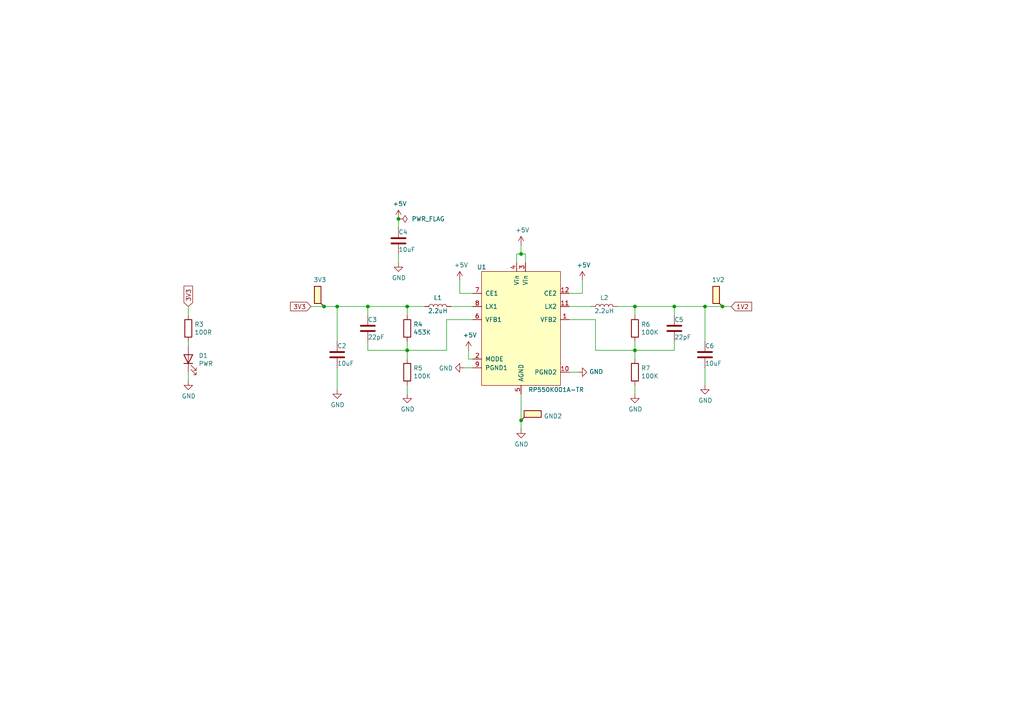
<source format=kicad_sch>
(kicad_sch (version 20211123) (generator eeschema)
  (paper "A4")
  (title_block (title "RiscVLoRaDongle") (date "2022-02-03") (rev "1.0") (company "Mark Njoroge"))
  (lib_symbols
    (symbol "Connector:TestPoint_Flag" (pin_numbers hide) (pin_names (offset 0.762) hide)
      (property "Reference" "TP" (at 3.429 1.778 0))
      (property "Value" "TestPoint_Flag" (at 3.302 4.191 0))
      (symbol "TestPoint_Flag_0_1"
        (polyline (pts (xy 0 0) (xy 0.889 0.889)) (stroke (width 0.254)))
        (rectangle (start 0.889 2.794) (end 5.842 0.889) (stroke (width 0.254)) (fill (type background)))
      )
      (symbol "TestPoint_Flag_1_1"
        (pin passive line (at 0 0 90) (length 0) (name "1") (number "1"))
      )
    )
    (symbol "Device:C" (pin_numbers hide) (pin_names (offset 0.254))
      (property "Reference" "C" (at 0.635 2.54 0))
      (property "Value" "C" (at 0.635 -2.54 0))
      (symbol "C_0_1"
        (polyline (pts (xy -2.032 -0.762) (xy 2.032 -0.762)) (stroke (width 0.508)))
        (polyline (pts (xy -2.032 0.762) (xy 2.032 0.762)) (stroke (width 0.508)))
      )
      (symbol "C_1_1"
        (pin passive line (at 0 3.81 270) (length 2.794) (name "~") (number "1"))
        (pin passive line (at 0 -3.81 90) (length 2.794) (name "~") (number "2"))
      )
    )
    (symbol "Device:L" (pin_numbers hide) (pin_names (offset 1.016) hide)
      (property "Reference" "L" (at -1.27 0 90))
      (property "Value" "L" (at 1.905 0 90))
      (symbol "L_0_1"
        (arc (start 0 -2.54) (mid 0.635 -1.905) (end 0 -1.27))
        (arc (start 0 -1.27) (mid 0.635 -0.635) (end 0 0))
        (arc (start 0 0) (mid 0.635 0.635) (end 0 1.27))
        (arc (start 0 1.27) (mid 0.635 1.905) (end 0 2.54))
      )
      (symbol "L_1_1"
        (pin passive line (at 0 3.81 270) (length 1.27) (name "1") (number "1"))
        (pin passive line (at 0 -3.81 90) (length 1.27) (name "2") (number "2"))
      )
    )
    (symbol "Device:LED" (pin_numbers hide) (pin_names (offset 1.016) hide)
      (property "Reference" "D" (at 0 2.54 0))
      (property "Value" "LED" (at 0 -2.54 0))
      (symbol "LED_0_1"
        (polyline (pts (xy -1.27 -1.27) (xy -1.27 1.27)) (stroke (width 0.254)))
        (polyline (pts (xy -1.27 0) (xy 1.27 0)))
        (polyline (pts (xy 1.27 -1.27) (xy 1.27 1.27) (xy -1.27 0) (xy 1.27 -1.27)) (stroke (width 0.254)))
        (polyline (pts (xy -3.048 -0.762) (xy -4.572 -2.286) (xy -3.81 -2.286) (xy -4.572 -2.286) (xy -4.572 -1.524)))
        (polyline (pts (xy -1.778 -0.762) (xy -3.302 -2.286) (xy -2.54 -2.286) (xy -3.302 -2.286) (xy -3.302 -1.524)))
      )
      (symbol "LED_1_1"
        (pin passive line (at -3.81 0 0) (length 2.54) (name "K") (number "1"))
        (pin passive line (at 3.81 0 180) (length 2.54) (name "A") (number "2"))
      )
    )
    (symbol "Device:R" (pin_numbers hide) (pin_names (offset 0))
      (property "Reference" "R" (at 2.032 0 90))
      (property "Value" "R" (at 0 0 90))
      (symbol "R_0_1"
        (rectangle (start -1.016 -2.54) (end 1.016 2.54) (stroke (width 0.254)))
      )
      (symbol "R_1_1"
        (pin passive line (at 0 3.81 270) (length 1.27) (name "~") (number "1"))
        (pin passive line (at 0 -3.81 90) (length 1.27) (name "~") (number "2"))
      )
    )
    (symbol "LoRaDongle:RP550K0001A-TR" (pin_names (offset 1.016))
      (property "Reference" "U" (at -11.43 19.05 0))
      (property "Value" "RP550K0001A-TR" (at 13.97 19.05 0))
      (symbol "RP550K0001A-TR_0_1"
        (rectangle (start -11.43 17.78) (end 11.43 -15.24) (fill (type background)))
      )
      (symbol "RP550K0001A-TR_1_1"
        (pin passive line (at 13.97 3.81 180) (length 2.54) (name "VFB2") (number "1"))
        (pin input line (at 13.97 -11.43 180) (length 2.54) (name "PGND2") (number "10"))
        (pin passive line (at 13.97 7.62 180) (length 2.54) (name "LX2") (number "11"))
        (pin input line (at 13.97 11.43 180) (length 2.54) (name "CE2") (number "12"))
        (pin input line (at -13.97 -7.62 0) (length 2.54) (name "MODE") (number "2"))
        (pin input line (at 1.27 20.32 270) (length 2.54) (name "Vin") (number "3"))
        (pin input line (at -1.27 20.32 270) (length 2.54) (name "Vin") (number "4"))
        (pin input line (at 0 -17.78 90) (length 2.54) (name "AGND") (number "5"))
        (pin passive line (at -13.97 3.81 0) (length 2.54) (name "VFB1") (number "6"))
        (pin input line (at -13.97 11.43 0) (length 2.54) (name "CE1") (number "7"))
        (pin passive line (at -13.97 7.62 0) (length 2.54) (name "LX1") (number "8"))
        (pin input line (at -13.97 -10.16 0) (length 2.54) (name "PGND1") (number "9"))
      )
    )
    (symbol "power:+5V" (power) (pin_names (offset 0))
      (property "Value" "+5V" (at 0 3.556 0))
      (symbol "+5V_0_1"
        (polyline (pts (xy -0.762 1.27) (xy 0 2.54)))
        (polyline (pts (xy 0 0) (xy 0 2.54)))
        (polyline (pts (xy 0 2.54) (xy 0.762 1.27)))
      )
      (symbol "+5V_1_1"
        (pin power_in line (at 0 0 90) (length 0) hide (name "+5V") (number "1"))
      )
    )
    (symbol "power:GND" (power) (pin_names (offset 0))
      (property "Value" "GND" (at 0 -3.81 0))
      (symbol "GND_0_1"
        (polyline (pts (xy 0 0) (xy 0 -1.27) (xy 1.27 -1.27) (xy 0 -2.54) (xy -1.27 -1.27) (xy 0 -1.27)))
      )
      (symbol "GND_1_1"
        (pin power_in line (at 0 0 270) (length 0) hide (name "GND") (number "1"))
      )
    )
    (symbol "power:PWR_FLAG" (power) (pin_numbers hide) (pin_names (offset 0) hide)
      (property "Value" "PWR_FLAG" (at 0 3.81 0))
      (symbol "PWR_FLAG_0_0"
        (pin power_out line (at 0 0 90) (length 0) (name "pwr") (number "1"))
      )
      (symbol "PWR_FLAG_0_1"
        (polyline (pts (xy 0 0) (xy 0 1.27) (xy -1.016 1.905) (xy 0 2.54) (xy 1.016 1.905) (xy 0 1.27)))
      )
    )
  )
  (junction (at 204.47 88.9))
  (junction (at 106.68 88.9))
  (junction (at 184.15 101.6))
  (junction (at 118.11 88.9))
  (junction (at 151.13 73.66))
  (junction (at 118.11 101.6))
  (junction (at 184.15 88.9))
  (junction (at 115.57 63.5))
  (junction (at 195.58 88.9))
  (junction (at 151.13 121.92))
  (junction (at 93.98 88.9))
  (junction (at 97.79 88.9))
  (junction (at 209.55 88.9))
  (wire (pts (xy 151.13 121.92) (xy 151.13 124.46)))
  (wire (pts (xy 204.47 88.9) (xy 209.55 88.9)))
  (wire (pts (xy 165.1 92.71) (xy 172.72 92.71)))
  (wire (pts (xy 137.16 104.14) (xy 135.89 104.14)))
  (wire (pts (xy 184.15 88.9) (xy 184.15 91.44)))
  (wire (pts (xy 172.72 92.71) (xy 172.72 101.6)))
  (wire (pts (xy 115.57 76.2) (xy 115.57 73.66)))
  (wire (pts (xy 115.57 66.04) (xy 115.57 63.5)))
  (wire (pts (xy 179.07 88.9) (xy 184.15 88.9)))
  (wire (pts (xy 118.11 111.76) (xy 118.11 114.3)))
  (wire (pts (xy 54.61 91.44) (xy 54.61 88.9)))
  (wire (pts (xy 118.11 101.6) (xy 118.11 104.14)))
  (wire (pts (xy 149.86 73.66) (xy 151.13 73.66)))
  (wire (pts (xy 118.11 99.06) (xy 118.11 101.6)))
  (wire (pts (xy 195.58 88.9) (xy 204.47 88.9)))
  (wire (pts (xy 106.68 99.06) (xy 106.68 101.6)))
  (wire (pts (xy 134.62 106.68) (xy 137.16 106.68)))
  (wire (pts (xy 195.58 101.6) (xy 195.58 99.06)))
  (wire (pts (xy 54.61 110.49) (xy 54.61 107.95)))
  (wire (pts (xy 152.4 76.2) (xy 152.4 73.66)))
  (wire (pts (xy 184.15 111.76) (xy 184.15 114.3)))
  (wire (pts (xy 118.11 88.9) (xy 118.11 91.44)))
  (wire (pts (xy 151.13 114.3) (xy 151.13 121.92)))
  (wire (pts (xy 97.79 113.03) (xy 97.79 106.68)))
  (wire (pts (xy 165.1 107.95) (xy 167.64 107.95)))
  (wire (pts (xy 93.98 88.9) (xy 97.79 88.9)))
  (wire (pts (xy 184.15 88.9) (xy 195.58 88.9)))
  (wire (pts (xy 172.72 101.6) (xy 184.15 101.6)))
  (wire (pts (xy 209.55 88.9) (xy 212.09 88.9)))
  (wire (pts (xy 195.58 91.44) (xy 195.58 88.9)))
  (wire (pts (xy 165.1 88.9) (xy 171.45 88.9)))
  (wire (pts (xy 123.19 88.9) (xy 118.11 88.9)))
  (wire (pts (xy 151.13 73.66) (xy 151.13 71.12)))
  (wire (pts (xy 204.47 88.9) (xy 204.47 99.06)))
  (wire (pts (xy 165.1 85.09) (xy 168.91 85.09)))
  (wire (pts (xy 97.79 88.9) (xy 106.68 88.9)))
  (wire (pts (xy 152.4 73.66) (xy 151.13 73.66)))
  (wire (pts (xy 204.47 106.68) (xy 204.47 111.76)))
  (wire (pts (xy 129.54 92.71) (xy 137.16 92.71)))
  (wire (pts (xy 106.68 88.9) (xy 106.68 91.44)))
  (wire (pts (xy 168.91 81.28) (xy 168.91 85.09)))
  (wire (pts (xy 118.11 101.6) (xy 129.54 101.6)))
  (wire (pts (xy 97.79 99.06) (xy 97.79 88.9)))
  (wire (pts (xy 184.15 99.06) (xy 184.15 101.6)))
  (wire (pts (xy 137.16 88.9) (xy 130.81 88.9)))
  (wire (pts (xy 90.17 88.9) (xy 93.98 88.9)))
  (wire (pts (xy 149.86 76.2) (xy 149.86 73.66)))
  (wire (pts (xy 106.68 88.9) (xy 118.11 88.9)))
  (wire (pts (xy 184.15 104.14) (xy 184.15 101.6)))
  (wire (pts (xy 135.89 101.6) (xy 135.89 104.14)))
  (wire (pts (xy 133.35 85.09) (xy 133.35 81.28)))
  (wire (pts (xy 184.15 101.6) (xy 195.58 101.6)))
  (wire (pts (xy 129.54 101.6) (xy 129.54 92.71)))
  (wire (pts (xy 54.61 100.33) (xy 54.61 99.06)))
  (wire (pts (xy 106.68 101.6) (xy 118.11 101.6)))
  (wire (pts (xy 137.16 85.09) (xy 133.35 85.09)))
  (global_label "3V3" (shape input) (at 90.17 88.9 180) (property "Intersheet References" "${INTERSHEET_REFS}" (effects hide)))
  (global_label "3V3" (shape input) (at 54.61 88.9 90) (property "Intersheet References" "${INTERSHEET_REFS}" (effects hide)))
  (global_label "1V2" (shape input) (at 212.09 88.9 0) (property "Intersheet References" "${INTERSHEET_REFS}" (effects hide)))
  (symbol (lib_id "LoRaDongle:RP550K0001A-TR") (at 151.13 96.52 0) (unit 1)
    (property "Reference" "U1" (at 139.7 77.47 0))
    (property "Value" "RP550K001A-TR" (at 161.29 113.03 0))
    (property "Footprint" "RP550K001A-TR_KiCad:SON50P270X300X60-13N" (effects hide))
    (property "Description" "BUCK DC/DC CONVERTER DUAL OUTPUT" (effects hide))
    (property "Manufacturer" "Nisshinbo Micro Devices Inc." (effects hide))
    (property "Manufacturer Part Number" "RP550K001A-TR" (effects hide))
    (property "Package" "DFN(PLP)2730-12" (effects hide))
    (property "Type" "SMD" (effects hide))
  )
  (symbol (lib_id "power:+5V") (at 151.13 71.12 0) (unit 1)
    (property "Reference" "#PWR0124" (effects hide))
    (property "Value" "+5V" (at 151.511 66.7258 0))
  )
  (symbol (lib_id "power:GND") (at 151.13 124.46 0) (unit 1)
    (property "Reference" "#PWR0125" (effects hide))
    (property "Value" "GND" (at 151.257 128.8542 0))
  )
  (symbol (lib_id "power:GND") (at 167.64 107.95 90) (unit 1)
    (property "Reference" "#PWR0126" (effects hide))
    (property "Value" "GND" (at 170.8912 107.823 90) (effects (justify right)))
  )
  (symbol (lib_id "power:GND") (at 134.62 106.68 270) (unit 1)
    (property "Reference" "#PWR0127" (effects hide))
    (property "Value" "GND" (at 131.3688 106.807 90) (effects (justify right)))
  )
  (symbol (lib_id "Device:R") (at 184.15 95.25 0) (unit 1)
    (property "Reference" "R6" (at 185.928 94.0816 0) (effects (justify left)))
    (property "Value" "100K" (at 185.928 96.393 0) (effects (justify left)))
    (property "Footprint" "Resistor_SMD:R_0402_1005Metric_Pad0.72x0.64mm_HandSolder" (effects hide))
    (property "Description" "RES 100K OHM 5% 1/16W 0402" (effects hide))
    (property "Manufacturer" "Stackpole Electronics Inc" (effects hide))
    (property "Manufacturer Part Number" "RMCF0402JT100K" (effects hide))
    (property "Package" "0402" (effects hide))
  )
  (symbol (lib_id "Device:R") (at 184.15 107.95 0) (unit 1)
    (property "Reference" "R7" (at 185.928 106.7816 0) (effects (justify left)))
    (property "Value" "100K" (at 185.928 109.093 0) (effects (justify left)))
    (property "Footprint" "Resistor_SMD:R_0402_1005Metric_Pad0.72x0.64mm_HandSolder" (effects hide))
    (property "Description" "RES 100K OHM 5% 1/16W 0402" (effects hide))
    (property "Manufacturer" "Stackpole Electronics Inc" (effects hide))
    (property "Manufacturer Part Number" "RMCF0402JT100K" (effects hide))
    (property "Package" "0402" (effects hide))
  )
  (symbol (lib_id "power:GND") (at 184.15 114.3 0) (unit 1)
    (property "Reference" "#PWR0128" (effects hide))
    (property "Value" "GND" (at 184.277 118.6942 0))
  )
  (symbol (lib_id "power:GND") (at 204.47 111.76 0) (unit 1)
    (property "Reference" "#PWR0129" (effects hide))
    (property "Value" "GND" (at 204.597 116.1542 0))
  )
  (symbol (lib_id "Device:R") (at 118.11 95.25 0) (unit 1)
    (property "Reference" "R4" (at 119.888 94.0816 0) (effects (justify left)))
    (property "Value" "453K" (at 119.888 96.393 0) (effects (justify left)))
    (property "Footprint" "Resistor_SMD:R_0402_1005Metric_Pad0.72x0.64mm_HandSolder" (effects hide))
    (property "Description" "RES 453K OHM 1% 1/16W 0402" (effects hide))
    (property "Manufacturer" "Stackpole Electronics Inc" (effects hide))
    (property "Manufacturer Part Number" "RMCF0402FT453K" (effects hide))
    (property "Package" "0402" (effects hide))
  )
  (symbol (lib_id "Device:R") (at 118.11 107.95 0) (unit 1)
    (property "Reference" "R5" (at 119.888 106.7816 0) (effects (justify left)))
    (property "Value" "100K" (at 119.888 109.093 0) (effects (justify left)))
    (property "Footprint" "Resistor_SMD:R_0402_1005Metric_Pad0.72x0.64mm_HandSolder" (effects hide))
    (property "Description" "RES 100K OHM 5% 1/16W 0402" (effects hide))
    (property "Manufacturer" "Stackpole Electronics Inc" (effects hide))
    (property "Manufacturer Part Number" "RMCF0402JT100K" (effects hide))
    (property "Package" "0402" (effects hide))
  )
  (symbol (lib_id "Device:C") (at 106.68 95.25 180) (unit 1)
    (property "Reference" "C3" (at 106.68 92.71 0) (effects (justify right)))
    (property "Value" "22pF" (at 106.68 97.79 0) (effects (justify right)))
    (property "Footprint" "Capacitor_SMD:C_0402_1005Metric_Pad0.74x0.62mm_HandSolder" (effects hide))
    (property "Part Number" "GRM1555C1H220FA01D" (effects hide))
    (property "Description" "CAP CER 22PF 50V C0G/NP0 0402" (effects hide))
    (property "Manufacturer" "Murata Electronics" (effects hide))
    (property "Manufacturer Part Number" "GRM1555C1H220FA01D" (effects hide))
    (property "Package" "0402" (effects hide))
    (property "Type" "SMD" (effects hide))
  )
  (symbol (lib_id "Device:C") (at 97.79 102.87 180) (unit 1)
    (property "Reference" "C2" (at 97.79 100.33 0) (effects (justify right)))
    (property "Value" "10uF" (at 97.79 105.41 0) (effects (justify right)))
    (property "Footprint" "Capacitor_SMD:C_0603_1608Metric_Pad1.08x0.95mm_HandSolder" (effects hide))
    (property "Part Number" "GRM188R61E106KA73J" (effects hide))
    (property "Physical size" "0603" (effects hide))
    (property "Manufacturer Part Number" "GRM188R60J106ME47D" (effects hide))
    (property "Package" "0603" (effects hide))
    (property "Type" "SMD" (effects hide))
    (property "Description" "CAP CER 10UF 6.3V X5R 0603" (effects hide))
    (property "Manufacturer" "Murata Electronics" (effects hide))
  )
  (symbol (lib_id "power:GND") (at 118.11 114.3 0) (unit 1)
    (property "Reference" "#PWR0130" (effects hide))
    (property "Value" "GND" (at 118.237 118.6942 0))
  )
  (symbol (lib_id "power:GND") (at 97.79 113.03 0) (unit 1)
    (property "Reference" "#PWR0131" (effects hide))
    (property "Value" "GND" (at 97.917 117.4242 0))
  )
  (symbol (lib_id "power:+5V") (at 133.35 81.28 0) (unit 1)
    (property "Reference" "#PWR0132" (effects hide))
    (property "Value" "+5V" (at 133.731 76.8858 0))
  )
  (symbol (lib_id "power:+5V") (at 168.91 81.28 0) (unit 1)
    (property "Reference" "#PWR0133" (effects hide))
    (property "Value" "+5V" (at 169.291 76.8858 0))
  )
  (symbol (lib_id "power:+5V") (at 135.89 101.6 0) (unit 1)
    (property "Reference" "#PWR0134" (effects hide))
    (property "Value" "+5V" (at 136.271 97.2058 0))
  )
  (symbol (lib_id "power:+5V") (at 115.57 63.5 0) (unit 1)
    (property "Reference" "#PWR05" (effects hide))
    (property "Value" "+5V" (at 115.951 59.1058 0))
  )
  (symbol (lib_id "power:GND") (at 115.57 76.2 0) (unit 1)
    (property "Reference" "#PWR06" (effects hide))
    (property "Value" "GND" (at 115.697 80.5942 0))
  )
  (symbol (lib_id "Device:R") (at 54.61 95.25 0) (unit 1)
    (property "Reference" "R3" (at 56.388 94.0816 0) (effects (justify left)))
    (property "Value" "100R" (at 56.388 96.393 0) (effects (justify left)))
    (property "Footprint" "Resistor_SMD:R_0402_1005Metric_Pad0.72x0.64mm_HandSolder" (effects hide))
    (property "Description" "RES 100 OHM 1% 1/16W 0402" (effects hide))
    (property "Manufacturer" "Stackpole Electronics Inc" (effects hide))
    (property "Manufacturer Part Number" "RMCF0402FT100R" (effects hide))
    (property "Package" "0402" (effects hide))
  )
  (symbol (lib_id "Device:LED") (at 54.61 104.14 90) (unit 1)
    (property "Reference" "D1" (at 57.6072 103.1494 90) (effects (justify right)))
    (property "Value" "PWR" (at 57.6072 105.4608 90) (effects (justify right)))
    (property "Footprint" "LED_SMD:LED_0805_2012Metric_Pad1.15x1.40mm_HandSolder" (effects hide))
    (property "Description" "LED RED CLEAR CHIP SMD" (effects hide))
    (property "Manufacturer" "SunLED" (effects hide))
    (property "Manufacturer Part Number" "XZM2CRK54WA-8" (effects hide))
    (property "Package" "0805" (effects hide))
  )
  (symbol (lib_id "power:GND") (at 54.61 110.49 0) (unit 1)
    (property "Reference" "#PWR04" (effects hide))
    (property "Value" "GND" (at 54.737 114.8842 0))
  )
  (symbol (lib_id "Connector:TestPoint_Flag") (at 93.98 88.9 90) (unit 1)
    (property "Reference" "3V3" (at 92.7608 81.153 90))
    (property "Value" "3.3V" (effects hide))
    (property "Footprint" "TestPoint:TestPoint_Pad_D1.0mm" (effects hide))
    (property "Description" "Test Point" (effects hide))
    (property "Manufacturer" "-" (effects hide))
    (property "Manufacturer Part Number" "-" (effects hide))
    (property "Package" "-" (effects hide))
    (property "Type" "-" (effects hide))
  )
  (symbol (lib_id "Connector:TestPoint_Flag") (at 209.55 88.9 90) (unit 1)
    (property "Reference" "1V2" (at 208.3308 81.153 90))
    (property "Value" "1.2V" (effects hide))
    (property "Footprint" "TestPoint:TestPoint_Pad_D1.0mm" (effects hide))
    (property "Description" "Test Point" (effects hide))
    (property "Manufacturer" "-" (effects hide))
    (property "Manufacturer Part Number" "-" (effects hide))
    (property "Package" "-" (effects hide))
    (property "Type" "-" (effects hide))
  )
  (symbol (lib_id "Connector:TestPoint_Flag") (at 151.13 121.92 0) (unit 1)
    (property "Reference" "GND2" (at 157.734 120.7008 0) (effects (justify left)))
    (property "Value" "GND" (effects hide))
    (property "Footprint" "TestPoint:TestPoint_Pad_D1.0mm" (effects hide))
    (property "Description" "Test Point" (effects hide))
    (property "Manufacturer" "-" (effects hide))
    (property "Manufacturer Part Number" "-" (effects hide))
    (property "Package" "-" (effects hide))
    (property "Type" "-" (effects hide))
  )
  (symbol (lib_id "Device:C") (at 204.47 102.87 180) (unit 1)
    (property "Reference" "C6" (at 204.47 100.33 0) (effects (justify right)))
    (property "Value" "10uF" (at 204.47 105.41 0) (effects (justify right)))
    (property "Footprint" "Capacitor_SMD:C_0603_1608Metric_Pad1.08x0.95mm_HandSolder" (effects hide))
    (property "Part Number" "GRM188R61E106KA73J" (effects hide))
    (property "Physical size" "0603" (effects hide))
    (property "Manufacturer Part Number" "GRM188R60J106ME47D" (effects hide))
    (property "Package" "0603" (effects hide))
    (property "Type" "SMD" (effects hide))
    (property "Description" "CAP CER 10UF 6.3V X5R 0603" (effects hide))
    (property "Manufacturer" "Murata Electronics" (effects hide))
  )
  (symbol (lib_id "Device:C") (at 195.58 95.25 180) (unit 1)
    (property "Reference" "C5" (at 195.58 92.71 0) (effects (justify right)))
    (property "Value" "22pF" (at 195.58 97.79 0) (effects (justify right)))
    (property "Footprint" "Capacitor_SMD:C_0402_1005Metric_Pad0.74x0.62mm_HandSolder" (effects hide))
    (property "Part Number" "GRM1555C1H220FA01D" (effects hide))
    (property "Description" "CAP CER 22PF 50V C0G/NP0 0402" (effects hide))
    (property "Manufacturer" "Murata Electronics" (effects hide))
    (property "Manufacturer Part Number" "GRM1555C1H220FA01D" (effects hide))
    (property "Package" "0402" (effects hide))
    (property "Type" "SMD" (effects hide))
  )
  (symbol (lib_id "Device:C") (at 115.57 69.85 180) (unit 1)
    (property "Reference" "C4" (at 115.57 67.31 0) (effects (justify right)))
    (property "Value" "10uF" (at 115.57 72.39 0) (effects (justify right)))
    (property "Footprint" "Capacitor_SMD:C_0603_1608Metric_Pad1.08x0.95mm_HandSolder" (effects hide))
    (property "Part Number" "GRM188R61E106KA73J" (effects hide))
    (property "Physical size" "0603" (effects hide))
    (property "Manufacturer Part Number" "GRM188R60J106ME47D" (effects hide))
    (property "Package" "0603" (effects hide))
    (property "Type" "SMD" (effects hide))
    (property "Description" "CAP CER 10UF 6.3V X5R 0603" (effects hide))
    (property "Manufacturer" "Murata Electronics" (effects hide))
  )
  (symbol (lib_id "Device:L") (at 175.26 88.9 90) (unit 1)
    (property "Reference" "L2" (at 175.26 86.36 90))
    (property "Value" "2.2uH" (at 175.26 90.17 90))
    (property "Footprint" "Inductor_SMD:L_0603_1608Metric_Pad1.05x0.95mm_HandSolder" (effects hide))
    (property "Part Number" "MCHK1608T2R2MKN" (effects hide))
    (property "Description" "FIXED IND 2.2UH 1.2A 292MOHM SMD" (effects hide))
    (property "Manufacturer" "Taiyo Yuden" (effects hide))
    (property "Manufacturer Part Number" "MCHK1608T2R2MKN" (effects hide))
    (property "Package" "0603" (effects hide))
    (property "Type" "SMD" (effects hide))
  )
  (symbol (lib_id "Device:L") (at 127 88.9 90) (unit 1)
    (property "Reference" "L1" (at 127 86.36 90))
    (property "Value" "2.2uH" (at 127 90.17 90))
    (property "Footprint" "Inductor_SMD:L_0603_1608Metric_Pad1.05x0.95mm_HandSolder" (effects hide))
    (property "Part Number" "MCHK1608T2R2MKN" (effects hide))
    (property "Description" "FIXED IND 2.2UH 1.2A 292MOHM SMD" (effects hide))
    (property "Manufacturer" "Taiyo Yuden" (effects hide))
    (property "Manufacturer Part Number" "MCHK1608T2R2MKN" (effects hide))
    (property "Package" "0603" (effects hide))
    (property "Type" "SMD" (effects hide))
  )
  (symbol (lib_id "power:PWR_FLAG") (at 115.57 63.5 270) (unit 1)
    (property "Reference" "#FLG03" (effects hide))
    (property "Value" "PWR_FLAG" (at 119.38 63.4999 90) (effects (justify left)))
  )
)
</source>
